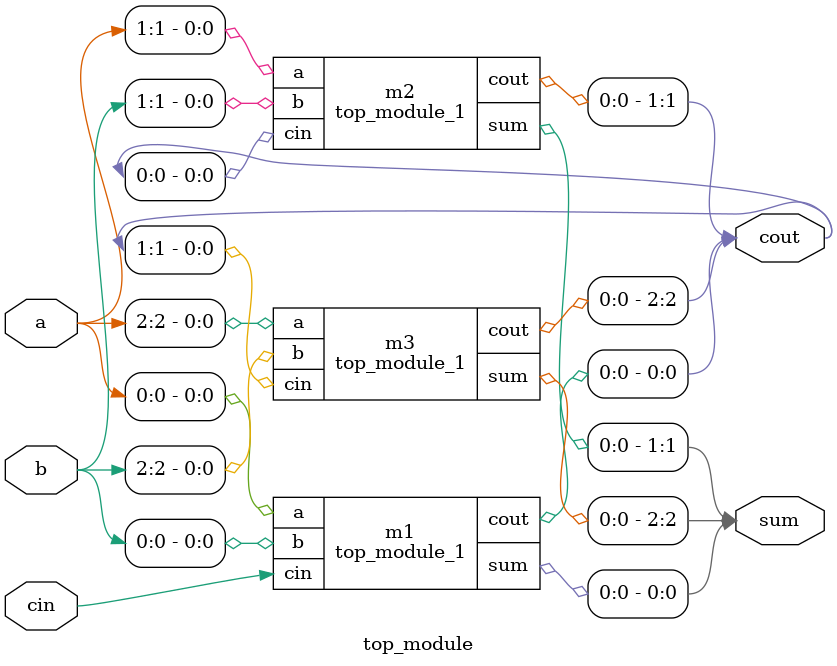
<source format=v>
/*Now that you know how to build a full adder, make 3 instances of it to create a 3-bit binary ripple-carry adder. The adder adds two 3-bit numbers and a carry-in to produce a 3-bit sum and carry out. To encourage you to actually instantiate full adders, also output the carry-out from each full adder in the ripple-carry adder. cout[2] is the final carry-out from the last full adder, and is the carry-out you usually see.*/
module top_module_1( 
    input  a, b,
    input cin,
    output  cout,
    output  sum );
    
    assign cout = (a&b|b&cin|cin&a);
    assign sum = (a^b^cin);

endmodule
module top_module(input [2:0]a,b,
          input cin,
          output [2:0]cout,
          output [2:0]sum);
top_module_1 m1(.a(a[0]),.b(b[0]),.cin(cin),.sum(sum[0]),.cout(cout[0]));
top_module_1 m2(.a(a[1]),.b(b[1]),.cin(cout[0]),.sum(sum[1]),.cout(cout[1]));
    top_module_1 m3(.a(a[2]),.b(b[2]),.cin(cout[1]),.sum(sum[2]),.cout(cout[2]));
endmodule

</source>
